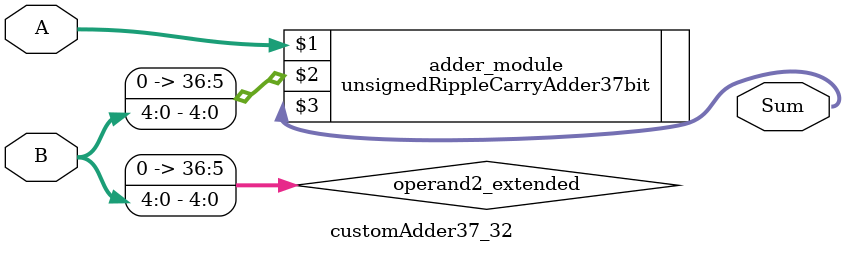
<source format=v>
module customAdder37_32(
                        input [36 : 0] A,
                        input [4 : 0] B,
                        
                        output [37 : 0] Sum
                );

        wire [36 : 0] operand2_extended;
        
        assign operand2_extended =  {32'b0, B};
        
        unsignedRippleCarryAdder37bit adder_module(
            A,
            operand2_extended,
            Sum
        );
        
        endmodule
        
</source>
